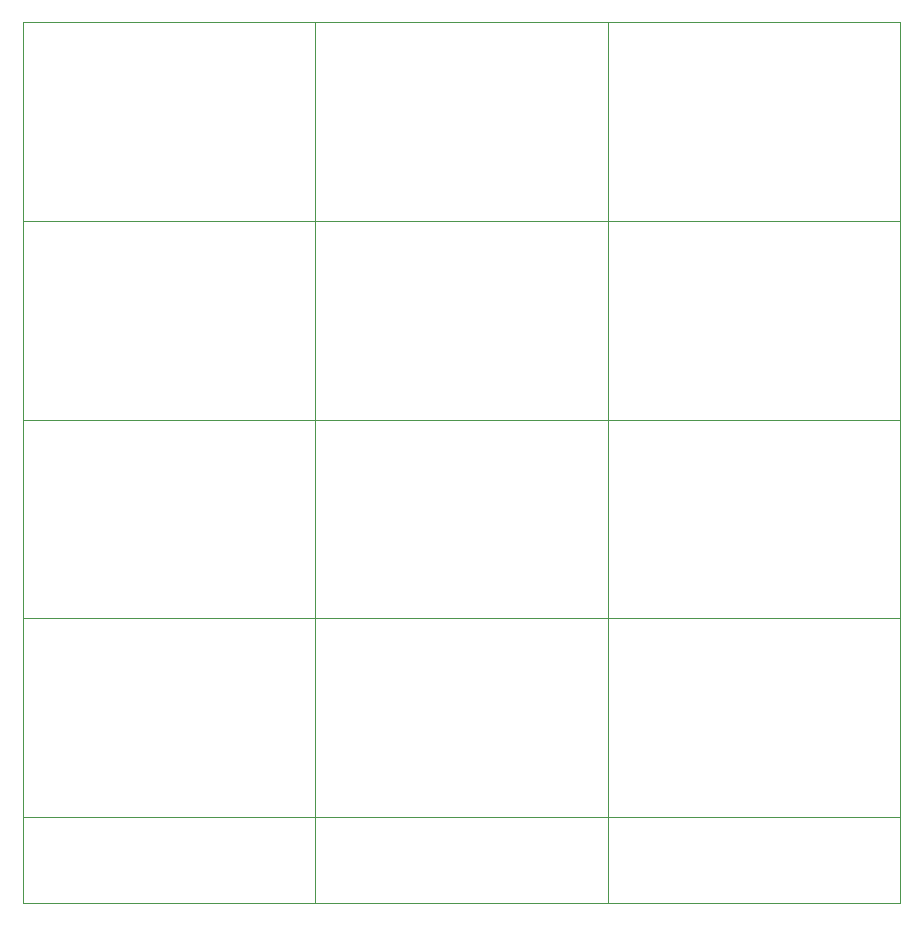
<source format=gbr>
%FSLAX34Y34*%
%MOMM*%
%LNOUTLINE*%
G71*
G01*
%ADD10C, 0.100*%
%LPD*%
G54D10*
X12700Y-9525D02*
X260350Y-9525D01*
X260350Y-177800D01*
X12700Y-177800D01*
X12700Y-9525D01*
G54D10*
X12700Y-177800D02*
X260350Y-177800D01*
X260350Y-346075D01*
X12700Y-346075D01*
X12700Y-177800D01*
G54D10*
X260350Y-9525D02*
X508000Y-9525D01*
X508000Y-177800D01*
X260350Y-177800D01*
X260350Y-9525D01*
G54D10*
X260350Y-177800D02*
X508000Y-177800D01*
X508000Y-346075D01*
X260350Y-346075D01*
X260350Y-177800D01*
G54D10*
X508000Y-9525D02*
X755650Y-9525D01*
X755650Y-177800D01*
X508000Y-177800D01*
X508000Y-9525D01*
G54D10*
X508000Y-177800D02*
X755650Y-177800D01*
X755650Y-346075D01*
X508000Y-346075D01*
X508000Y-177800D01*
G54D10*
X12700Y-346075D02*
X260350Y-346075D01*
X260350Y-514350D01*
X12700Y-514350D01*
X12700Y-346075D01*
G54D10*
X12700Y-514350D02*
X260350Y-514350D01*
X260350Y-682625D01*
X12700Y-682625D01*
X12700Y-514350D01*
G54D10*
X260350Y-346075D02*
X508000Y-346075D01*
X508000Y-514350D01*
X260350Y-514350D01*
X260350Y-346075D01*
G54D10*
X260350Y-514350D02*
X508000Y-514350D01*
X508000Y-682625D01*
X260350Y-682625D01*
X260350Y-514350D01*
G54D10*
X508000Y-346075D02*
X755650Y-346075D01*
X755650Y-514350D01*
X508000Y-514350D01*
X508000Y-346075D01*
G54D10*
X508000Y-514350D02*
X755650Y-514350D01*
X755650Y-682625D01*
X508000Y-682625D01*
X508000Y-514350D01*
G54D10*
X12700Y-682625D02*
X755650Y-682625D01*
X755650Y-755650D01*
X12700Y-755650D01*
X12700Y-682625D01*
G54D10*
X260350Y-682625D02*
X260350Y-755650D01*
G54D10*
X508000Y-682625D02*
X508000Y-755650D01*
M02*

</source>
